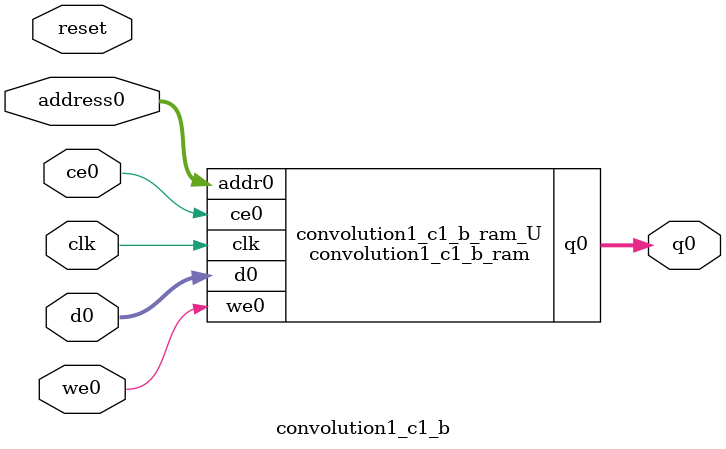
<source format=v>

`timescale 1 ns / 1 ps
module convolution1_c1_b_ram (addr0, ce0, d0, we0, q0,  clk);

parameter DWIDTH = 32;
parameter AWIDTH = 3;
parameter MEM_SIZE = 6;

input[AWIDTH-1:0] addr0;
input ce0;
input[DWIDTH-1:0] d0;
input we0;
output reg[DWIDTH-1:0] q0;
input clk;

(* ram_style = "distributed" *)reg [DWIDTH-1:0] ram[0:MEM_SIZE-1];




always @(posedge clk)  
begin 
    if (ce0) 
    begin
        if (we0) 
        begin 
            ram[addr0] <= d0; 
            q0 <= d0;
        end 
        else 
            q0 <= ram[addr0];
    end
end


endmodule


`timescale 1 ns / 1 ps
module convolution1_c1_b(
    reset,
    clk,
    address0,
    ce0,
    we0,
    d0,
    q0);

parameter DataWidth = 32'd32;
parameter AddressRange = 32'd6;
parameter AddressWidth = 32'd3;
input reset;
input clk;
input[AddressWidth - 1:0] address0;
input ce0;
input we0;
input[DataWidth - 1:0] d0;
output[DataWidth - 1:0] q0;



convolution1_c1_b_ram convolution1_c1_b_ram_U(
    .clk( clk ),
    .addr0( address0 ),
    .ce0( ce0 ),
    .d0( d0 ),
    .we0( we0 ),
    .q0( q0 ));

endmodule


</source>
